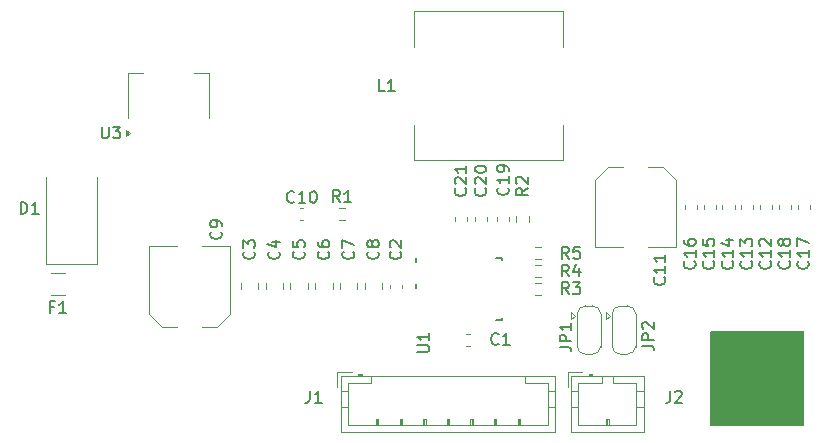
<source format=gbr>
%TF.GenerationSoftware,KiCad,Pcbnew,9.0.4*%
%TF.CreationDate,2025-09-17T13:52:31+02:00*%
%TF.ProjectId,switching_psu,73776974-6368-4696-9e67-5f7073752e6b,rev?*%
%TF.SameCoordinates,Original*%
%TF.FileFunction,Legend,Top*%
%TF.FilePolarity,Positive*%
%FSLAX46Y46*%
G04 Gerber Fmt 4.6, Leading zero omitted, Abs format (unit mm)*
G04 Created by KiCad (PCBNEW 9.0.4) date 2025-09-17 13:52:31*
%MOMM*%
%LPD*%
G01*
G04 APERTURE LIST*
%ADD10C,0.150000*%
%ADD11C,0.120000*%
%ADD12C,0.152400*%
G04 APERTURE END LIST*
D10*
X139195833Y-94054819D02*
X138862500Y-93578628D01*
X138624405Y-94054819D02*
X138624405Y-93054819D01*
X138624405Y-93054819D02*
X139005357Y-93054819D01*
X139005357Y-93054819D02*
X139100595Y-93102438D01*
X139100595Y-93102438D02*
X139148214Y-93150057D01*
X139148214Y-93150057D02*
X139195833Y-93245295D01*
X139195833Y-93245295D02*
X139195833Y-93388152D01*
X139195833Y-93388152D02*
X139148214Y-93483390D01*
X139148214Y-93483390D02*
X139100595Y-93531009D01*
X139100595Y-93531009D02*
X139005357Y-93578628D01*
X139005357Y-93578628D02*
X138624405Y-93578628D01*
X140148214Y-94054819D02*
X139576786Y-94054819D01*
X139862500Y-94054819D02*
X139862500Y-93054819D01*
X139862500Y-93054819D02*
X139767262Y-93197676D01*
X139767262Y-93197676D02*
X139672024Y-93292914D01*
X139672024Y-93292914D02*
X139576786Y-93340533D01*
X135319642Y-94029580D02*
X135272023Y-94077200D01*
X135272023Y-94077200D02*
X135129166Y-94124819D01*
X135129166Y-94124819D02*
X135033928Y-94124819D01*
X135033928Y-94124819D02*
X134891071Y-94077200D01*
X134891071Y-94077200D02*
X134795833Y-93981961D01*
X134795833Y-93981961D02*
X134748214Y-93886723D01*
X134748214Y-93886723D02*
X134700595Y-93696247D01*
X134700595Y-93696247D02*
X134700595Y-93553390D01*
X134700595Y-93553390D02*
X134748214Y-93362914D01*
X134748214Y-93362914D02*
X134795833Y-93267676D01*
X134795833Y-93267676D02*
X134891071Y-93172438D01*
X134891071Y-93172438D02*
X135033928Y-93124819D01*
X135033928Y-93124819D02*
X135129166Y-93124819D01*
X135129166Y-93124819D02*
X135272023Y-93172438D01*
X135272023Y-93172438D02*
X135319642Y-93220057D01*
X136272023Y-94124819D02*
X135700595Y-94124819D01*
X135986309Y-94124819D02*
X135986309Y-93124819D01*
X135986309Y-93124819D02*
X135891071Y-93267676D01*
X135891071Y-93267676D02*
X135795833Y-93362914D01*
X135795833Y-93362914D02*
X135700595Y-93410533D01*
X136891071Y-93124819D02*
X136986309Y-93124819D01*
X136986309Y-93124819D02*
X137081547Y-93172438D01*
X137081547Y-93172438D02*
X137129166Y-93220057D01*
X137129166Y-93220057D02*
X137176785Y-93315295D01*
X137176785Y-93315295D02*
X137224404Y-93505771D01*
X137224404Y-93505771D02*
X137224404Y-93743866D01*
X137224404Y-93743866D02*
X137176785Y-93934342D01*
X137176785Y-93934342D02*
X137129166Y-94029580D01*
X137129166Y-94029580D02*
X137081547Y-94077200D01*
X137081547Y-94077200D02*
X136986309Y-94124819D01*
X136986309Y-94124819D02*
X136891071Y-94124819D01*
X136891071Y-94124819D02*
X136795833Y-94077200D01*
X136795833Y-94077200D02*
X136748214Y-94029580D01*
X136748214Y-94029580D02*
X136700595Y-93934342D01*
X136700595Y-93934342D02*
X136652976Y-93743866D01*
X136652976Y-93743866D02*
X136652976Y-93505771D01*
X136652976Y-93505771D02*
X136700595Y-93315295D01*
X136700595Y-93315295D02*
X136748214Y-93220057D01*
X136748214Y-93220057D02*
X136795833Y-93172438D01*
X136795833Y-93172438D02*
X136891071Y-93124819D01*
X175619580Y-99080357D02*
X175667200Y-99127976D01*
X175667200Y-99127976D02*
X175714819Y-99270833D01*
X175714819Y-99270833D02*
X175714819Y-99366071D01*
X175714819Y-99366071D02*
X175667200Y-99508928D01*
X175667200Y-99508928D02*
X175571961Y-99604166D01*
X175571961Y-99604166D02*
X175476723Y-99651785D01*
X175476723Y-99651785D02*
X175286247Y-99699404D01*
X175286247Y-99699404D02*
X175143390Y-99699404D01*
X175143390Y-99699404D02*
X174952914Y-99651785D01*
X174952914Y-99651785D02*
X174857676Y-99604166D01*
X174857676Y-99604166D02*
X174762438Y-99508928D01*
X174762438Y-99508928D02*
X174714819Y-99366071D01*
X174714819Y-99366071D02*
X174714819Y-99270833D01*
X174714819Y-99270833D02*
X174762438Y-99127976D01*
X174762438Y-99127976D02*
X174810057Y-99080357D01*
X175714819Y-98127976D02*
X175714819Y-98699404D01*
X175714819Y-98413690D02*
X174714819Y-98413690D01*
X174714819Y-98413690D02*
X174857676Y-98508928D01*
X174857676Y-98508928D02*
X174952914Y-98604166D01*
X174952914Y-98604166D02*
X175000533Y-98699404D01*
X174810057Y-97747023D02*
X174762438Y-97699404D01*
X174762438Y-97699404D02*
X174714819Y-97604166D01*
X174714819Y-97604166D02*
X174714819Y-97366071D01*
X174714819Y-97366071D02*
X174762438Y-97270833D01*
X174762438Y-97270833D02*
X174810057Y-97223214D01*
X174810057Y-97223214D02*
X174905295Y-97175595D01*
X174905295Y-97175595D02*
X175000533Y-97175595D01*
X175000533Y-97175595D02*
X175143390Y-97223214D01*
X175143390Y-97223214D02*
X175714819Y-97794642D01*
X175714819Y-97794642D02*
X175714819Y-97175595D01*
X177219580Y-99080357D02*
X177267200Y-99127976D01*
X177267200Y-99127976D02*
X177314819Y-99270833D01*
X177314819Y-99270833D02*
X177314819Y-99366071D01*
X177314819Y-99366071D02*
X177267200Y-99508928D01*
X177267200Y-99508928D02*
X177171961Y-99604166D01*
X177171961Y-99604166D02*
X177076723Y-99651785D01*
X177076723Y-99651785D02*
X176886247Y-99699404D01*
X176886247Y-99699404D02*
X176743390Y-99699404D01*
X176743390Y-99699404D02*
X176552914Y-99651785D01*
X176552914Y-99651785D02*
X176457676Y-99604166D01*
X176457676Y-99604166D02*
X176362438Y-99508928D01*
X176362438Y-99508928D02*
X176314819Y-99366071D01*
X176314819Y-99366071D02*
X176314819Y-99270833D01*
X176314819Y-99270833D02*
X176362438Y-99127976D01*
X176362438Y-99127976D02*
X176410057Y-99080357D01*
X177314819Y-98127976D02*
X177314819Y-98699404D01*
X177314819Y-98413690D02*
X176314819Y-98413690D01*
X176314819Y-98413690D02*
X176457676Y-98508928D01*
X176457676Y-98508928D02*
X176552914Y-98604166D01*
X176552914Y-98604166D02*
X176600533Y-98699404D01*
X176743390Y-97556547D02*
X176695771Y-97651785D01*
X176695771Y-97651785D02*
X176648152Y-97699404D01*
X176648152Y-97699404D02*
X176552914Y-97747023D01*
X176552914Y-97747023D02*
X176505295Y-97747023D01*
X176505295Y-97747023D02*
X176410057Y-97699404D01*
X176410057Y-97699404D02*
X176362438Y-97651785D01*
X176362438Y-97651785D02*
X176314819Y-97556547D01*
X176314819Y-97556547D02*
X176314819Y-97366071D01*
X176314819Y-97366071D02*
X176362438Y-97270833D01*
X176362438Y-97270833D02*
X176410057Y-97223214D01*
X176410057Y-97223214D02*
X176505295Y-97175595D01*
X176505295Y-97175595D02*
X176552914Y-97175595D01*
X176552914Y-97175595D02*
X176648152Y-97223214D01*
X176648152Y-97223214D02*
X176695771Y-97270833D01*
X176695771Y-97270833D02*
X176743390Y-97366071D01*
X176743390Y-97366071D02*
X176743390Y-97556547D01*
X176743390Y-97556547D02*
X176791009Y-97651785D01*
X176791009Y-97651785D02*
X176838628Y-97699404D01*
X176838628Y-97699404D02*
X176933866Y-97747023D01*
X176933866Y-97747023D02*
X177124342Y-97747023D01*
X177124342Y-97747023D02*
X177219580Y-97699404D01*
X177219580Y-97699404D02*
X177267200Y-97651785D01*
X177267200Y-97651785D02*
X177314819Y-97556547D01*
X177314819Y-97556547D02*
X177314819Y-97366071D01*
X177314819Y-97366071D02*
X177267200Y-97270833D01*
X177267200Y-97270833D02*
X177219580Y-97223214D01*
X177219580Y-97223214D02*
X177124342Y-97175595D01*
X177124342Y-97175595D02*
X176933866Y-97175595D01*
X176933866Y-97175595D02*
X176838628Y-97223214D01*
X176838628Y-97223214D02*
X176791009Y-97270833D01*
X176791009Y-97270833D02*
X176743390Y-97366071D01*
X169219580Y-99080357D02*
X169267200Y-99127976D01*
X169267200Y-99127976D02*
X169314819Y-99270833D01*
X169314819Y-99270833D02*
X169314819Y-99366071D01*
X169314819Y-99366071D02*
X169267200Y-99508928D01*
X169267200Y-99508928D02*
X169171961Y-99604166D01*
X169171961Y-99604166D02*
X169076723Y-99651785D01*
X169076723Y-99651785D02*
X168886247Y-99699404D01*
X168886247Y-99699404D02*
X168743390Y-99699404D01*
X168743390Y-99699404D02*
X168552914Y-99651785D01*
X168552914Y-99651785D02*
X168457676Y-99604166D01*
X168457676Y-99604166D02*
X168362438Y-99508928D01*
X168362438Y-99508928D02*
X168314819Y-99366071D01*
X168314819Y-99366071D02*
X168314819Y-99270833D01*
X168314819Y-99270833D02*
X168362438Y-99127976D01*
X168362438Y-99127976D02*
X168410057Y-99080357D01*
X169314819Y-98127976D02*
X169314819Y-98699404D01*
X169314819Y-98413690D02*
X168314819Y-98413690D01*
X168314819Y-98413690D02*
X168457676Y-98508928D01*
X168457676Y-98508928D02*
X168552914Y-98604166D01*
X168552914Y-98604166D02*
X168600533Y-98699404D01*
X168314819Y-97270833D02*
X168314819Y-97461309D01*
X168314819Y-97461309D02*
X168362438Y-97556547D01*
X168362438Y-97556547D02*
X168410057Y-97604166D01*
X168410057Y-97604166D02*
X168552914Y-97699404D01*
X168552914Y-97699404D02*
X168743390Y-97747023D01*
X168743390Y-97747023D02*
X169124342Y-97747023D01*
X169124342Y-97747023D02*
X169219580Y-97699404D01*
X169219580Y-97699404D02*
X169267200Y-97651785D01*
X169267200Y-97651785D02*
X169314819Y-97556547D01*
X169314819Y-97556547D02*
X169314819Y-97366071D01*
X169314819Y-97366071D02*
X169267200Y-97270833D01*
X169267200Y-97270833D02*
X169219580Y-97223214D01*
X169219580Y-97223214D02*
X169124342Y-97175595D01*
X169124342Y-97175595D02*
X168886247Y-97175595D01*
X168886247Y-97175595D02*
X168791009Y-97223214D01*
X168791009Y-97223214D02*
X168743390Y-97270833D01*
X168743390Y-97270833D02*
X168695771Y-97366071D01*
X168695771Y-97366071D02*
X168695771Y-97556547D01*
X168695771Y-97556547D02*
X168743390Y-97651785D01*
X168743390Y-97651785D02*
X168791009Y-97699404D01*
X168791009Y-97699404D02*
X168886247Y-97747023D01*
X172419580Y-99080357D02*
X172467200Y-99127976D01*
X172467200Y-99127976D02*
X172514819Y-99270833D01*
X172514819Y-99270833D02*
X172514819Y-99366071D01*
X172514819Y-99366071D02*
X172467200Y-99508928D01*
X172467200Y-99508928D02*
X172371961Y-99604166D01*
X172371961Y-99604166D02*
X172276723Y-99651785D01*
X172276723Y-99651785D02*
X172086247Y-99699404D01*
X172086247Y-99699404D02*
X171943390Y-99699404D01*
X171943390Y-99699404D02*
X171752914Y-99651785D01*
X171752914Y-99651785D02*
X171657676Y-99604166D01*
X171657676Y-99604166D02*
X171562438Y-99508928D01*
X171562438Y-99508928D02*
X171514819Y-99366071D01*
X171514819Y-99366071D02*
X171514819Y-99270833D01*
X171514819Y-99270833D02*
X171562438Y-99127976D01*
X171562438Y-99127976D02*
X171610057Y-99080357D01*
X172514819Y-98127976D02*
X172514819Y-98699404D01*
X172514819Y-98413690D02*
X171514819Y-98413690D01*
X171514819Y-98413690D02*
X171657676Y-98508928D01*
X171657676Y-98508928D02*
X171752914Y-98604166D01*
X171752914Y-98604166D02*
X171800533Y-98699404D01*
X171848152Y-97270833D02*
X172514819Y-97270833D01*
X171467200Y-97508928D02*
X172181485Y-97747023D01*
X172181485Y-97747023D02*
X172181485Y-97127976D01*
X178819580Y-99080357D02*
X178867200Y-99127976D01*
X178867200Y-99127976D02*
X178914819Y-99270833D01*
X178914819Y-99270833D02*
X178914819Y-99366071D01*
X178914819Y-99366071D02*
X178867200Y-99508928D01*
X178867200Y-99508928D02*
X178771961Y-99604166D01*
X178771961Y-99604166D02*
X178676723Y-99651785D01*
X178676723Y-99651785D02*
X178486247Y-99699404D01*
X178486247Y-99699404D02*
X178343390Y-99699404D01*
X178343390Y-99699404D02*
X178152914Y-99651785D01*
X178152914Y-99651785D02*
X178057676Y-99604166D01*
X178057676Y-99604166D02*
X177962438Y-99508928D01*
X177962438Y-99508928D02*
X177914819Y-99366071D01*
X177914819Y-99366071D02*
X177914819Y-99270833D01*
X177914819Y-99270833D02*
X177962438Y-99127976D01*
X177962438Y-99127976D02*
X178010057Y-99080357D01*
X178914819Y-98127976D02*
X178914819Y-98699404D01*
X178914819Y-98413690D02*
X177914819Y-98413690D01*
X177914819Y-98413690D02*
X178057676Y-98508928D01*
X178057676Y-98508928D02*
X178152914Y-98604166D01*
X178152914Y-98604166D02*
X178200533Y-98699404D01*
X177914819Y-97794642D02*
X177914819Y-97127976D01*
X177914819Y-97127976D02*
X178914819Y-97556547D01*
X166659580Y-100442857D02*
X166707200Y-100490476D01*
X166707200Y-100490476D02*
X166754819Y-100633333D01*
X166754819Y-100633333D02*
X166754819Y-100728571D01*
X166754819Y-100728571D02*
X166707200Y-100871428D01*
X166707200Y-100871428D02*
X166611961Y-100966666D01*
X166611961Y-100966666D02*
X166516723Y-101014285D01*
X166516723Y-101014285D02*
X166326247Y-101061904D01*
X166326247Y-101061904D02*
X166183390Y-101061904D01*
X166183390Y-101061904D02*
X165992914Y-101014285D01*
X165992914Y-101014285D02*
X165897676Y-100966666D01*
X165897676Y-100966666D02*
X165802438Y-100871428D01*
X165802438Y-100871428D02*
X165754819Y-100728571D01*
X165754819Y-100728571D02*
X165754819Y-100633333D01*
X165754819Y-100633333D02*
X165802438Y-100490476D01*
X165802438Y-100490476D02*
X165850057Y-100442857D01*
X166754819Y-99490476D02*
X166754819Y-100061904D01*
X166754819Y-99776190D02*
X165754819Y-99776190D01*
X165754819Y-99776190D02*
X165897676Y-99871428D01*
X165897676Y-99871428D02*
X165992914Y-99966666D01*
X165992914Y-99966666D02*
X166040533Y-100061904D01*
X166754819Y-98538095D02*
X166754819Y-99109523D01*
X166754819Y-98823809D02*
X165754819Y-98823809D01*
X165754819Y-98823809D02*
X165897676Y-98919047D01*
X165897676Y-98919047D02*
X165992914Y-99014285D01*
X165992914Y-99014285D02*
X166040533Y-99109523D01*
X174019580Y-99080357D02*
X174067200Y-99127976D01*
X174067200Y-99127976D02*
X174114819Y-99270833D01*
X174114819Y-99270833D02*
X174114819Y-99366071D01*
X174114819Y-99366071D02*
X174067200Y-99508928D01*
X174067200Y-99508928D02*
X173971961Y-99604166D01*
X173971961Y-99604166D02*
X173876723Y-99651785D01*
X173876723Y-99651785D02*
X173686247Y-99699404D01*
X173686247Y-99699404D02*
X173543390Y-99699404D01*
X173543390Y-99699404D02*
X173352914Y-99651785D01*
X173352914Y-99651785D02*
X173257676Y-99604166D01*
X173257676Y-99604166D02*
X173162438Y-99508928D01*
X173162438Y-99508928D02*
X173114819Y-99366071D01*
X173114819Y-99366071D02*
X173114819Y-99270833D01*
X173114819Y-99270833D02*
X173162438Y-99127976D01*
X173162438Y-99127976D02*
X173210057Y-99080357D01*
X174114819Y-98127976D02*
X174114819Y-98699404D01*
X174114819Y-98413690D02*
X173114819Y-98413690D01*
X173114819Y-98413690D02*
X173257676Y-98508928D01*
X173257676Y-98508928D02*
X173352914Y-98604166D01*
X173352914Y-98604166D02*
X173400533Y-98699404D01*
X173114819Y-97794642D02*
X173114819Y-97175595D01*
X173114819Y-97175595D02*
X173495771Y-97508928D01*
X173495771Y-97508928D02*
X173495771Y-97366071D01*
X173495771Y-97366071D02*
X173543390Y-97270833D01*
X173543390Y-97270833D02*
X173591009Y-97223214D01*
X173591009Y-97223214D02*
X173686247Y-97175595D01*
X173686247Y-97175595D02*
X173924342Y-97175595D01*
X173924342Y-97175595D02*
X174019580Y-97223214D01*
X174019580Y-97223214D02*
X174067200Y-97270833D01*
X174067200Y-97270833D02*
X174114819Y-97366071D01*
X174114819Y-97366071D02*
X174114819Y-97651785D01*
X174114819Y-97651785D02*
X174067200Y-97747023D01*
X174067200Y-97747023D02*
X174019580Y-97794642D01*
X170819580Y-99080357D02*
X170867200Y-99127976D01*
X170867200Y-99127976D02*
X170914819Y-99270833D01*
X170914819Y-99270833D02*
X170914819Y-99366071D01*
X170914819Y-99366071D02*
X170867200Y-99508928D01*
X170867200Y-99508928D02*
X170771961Y-99604166D01*
X170771961Y-99604166D02*
X170676723Y-99651785D01*
X170676723Y-99651785D02*
X170486247Y-99699404D01*
X170486247Y-99699404D02*
X170343390Y-99699404D01*
X170343390Y-99699404D02*
X170152914Y-99651785D01*
X170152914Y-99651785D02*
X170057676Y-99604166D01*
X170057676Y-99604166D02*
X169962438Y-99508928D01*
X169962438Y-99508928D02*
X169914819Y-99366071D01*
X169914819Y-99366071D02*
X169914819Y-99270833D01*
X169914819Y-99270833D02*
X169962438Y-99127976D01*
X169962438Y-99127976D02*
X170010057Y-99080357D01*
X170914819Y-98127976D02*
X170914819Y-98699404D01*
X170914819Y-98413690D02*
X169914819Y-98413690D01*
X169914819Y-98413690D02*
X170057676Y-98508928D01*
X170057676Y-98508928D02*
X170152914Y-98604166D01*
X170152914Y-98604166D02*
X170200533Y-98699404D01*
X169914819Y-97223214D02*
X169914819Y-97699404D01*
X169914819Y-97699404D02*
X170391009Y-97747023D01*
X170391009Y-97747023D02*
X170343390Y-97699404D01*
X170343390Y-97699404D02*
X170295771Y-97604166D01*
X170295771Y-97604166D02*
X170295771Y-97366071D01*
X170295771Y-97366071D02*
X170343390Y-97270833D01*
X170343390Y-97270833D02*
X170391009Y-97223214D01*
X170391009Y-97223214D02*
X170486247Y-97175595D01*
X170486247Y-97175595D02*
X170724342Y-97175595D01*
X170724342Y-97175595D02*
X170819580Y-97223214D01*
X170819580Y-97223214D02*
X170867200Y-97270833D01*
X170867200Y-97270833D02*
X170914819Y-97366071D01*
X170914819Y-97366071D02*
X170914819Y-97604166D01*
X170914819Y-97604166D02*
X170867200Y-97699404D01*
X170867200Y-97699404D02*
X170819580Y-97747023D01*
X157797319Y-106334333D02*
X158511604Y-106334333D01*
X158511604Y-106334333D02*
X158654461Y-106381952D01*
X158654461Y-106381952D02*
X158749700Y-106477190D01*
X158749700Y-106477190D02*
X158797319Y-106620047D01*
X158797319Y-106620047D02*
X158797319Y-106715285D01*
X158797319Y-105858142D02*
X157797319Y-105858142D01*
X157797319Y-105858142D02*
X157797319Y-105477190D01*
X157797319Y-105477190D02*
X157844938Y-105381952D01*
X157844938Y-105381952D02*
X157892557Y-105334333D01*
X157892557Y-105334333D02*
X157987795Y-105286714D01*
X157987795Y-105286714D02*
X158130652Y-105286714D01*
X158130652Y-105286714D02*
X158225890Y-105334333D01*
X158225890Y-105334333D02*
X158273509Y-105381952D01*
X158273509Y-105381952D02*
X158321128Y-105477190D01*
X158321128Y-105477190D02*
X158321128Y-105858142D01*
X158797319Y-104334333D02*
X158797319Y-104905761D01*
X158797319Y-104620047D02*
X157797319Y-104620047D01*
X157797319Y-104620047D02*
X157940176Y-104715285D01*
X157940176Y-104715285D02*
X158035414Y-104810523D01*
X158035414Y-104810523D02*
X158083033Y-104905761D01*
X164797319Y-106233333D02*
X165511604Y-106233333D01*
X165511604Y-106233333D02*
X165654461Y-106280952D01*
X165654461Y-106280952D02*
X165749700Y-106376190D01*
X165749700Y-106376190D02*
X165797319Y-106519047D01*
X165797319Y-106519047D02*
X165797319Y-106614285D01*
X165797319Y-105757142D02*
X164797319Y-105757142D01*
X164797319Y-105757142D02*
X164797319Y-105376190D01*
X164797319Y-105376190D02*
X164844938Y-105280952D01*
X164844938Y-105280952D02*
X164892557Y-105233333D01*
X164892557Y-105233333D02*
X164987795Y-105185714D01*
X164987795Y-105185714D02*
X165130652Y-105185714D01*
X165130652Y-105185714D02*
X165225890Y-105233333D01*
X165225890Y-105233333D02*
X165273509Y-105280952D01*
X165273509Y-105280952D02*
X165321128Y-105376190D01*
X165321128Y-105376190D02*
X165321128Y-105757142D01*
X164892557Y-104804761D02*
X164844938Y-104757142D01*
X164844938Y-104757142D02*
X164797319Y-104661904D01*
X164797319Y-104661904D02*
X164797319Y-104423809D01*
X164797319Y-104423809D02*
X164844938Y-104328571D01*
X164844938Y-104328571D02*
X164892557Y-104280952D01*
X164892557Y-104280952D02*
X164987795Y-104233333D01*
X164987795Y-104233333D02*
X165083033Y-104233333D01*
X165083033Y-104233333D02*
X165225890Y-104280952D01*
X165225890Y-104280952D02*
X165797319Y-104852380D01*
X165797319Y-104852380D02*
X165797319Y-104233333D01*
X114966666Y-102931009D02*
X114633333Y-102931009D01*
X114633333Y-103454819D02*
X114633333Y-102454819D01*
X114633333Y-102454819D02*
X115109523Y-102454819D01*
X116014285Y-103454819D02*
X115442857Y-103454819D01*
X115728571Y-103454819D02*
X115728571Y-102454819D01*
X115728571Y-102454819D02*
X115633333Y-102597676D01*
X115633333Y-102597676D02*
X115538095Y-102692914D01*
X115538095Y-102692914D02*
X115442857Y-102740533D01*
X134018934Y-98265666D02*
X134066554Y-98313285D01*
X134066554Y-98313285D02*
X134114173Y-98456142D01*
X134114173Y-98456142D02*
X134114173Y-98551380D01*
X134114173Y-98551380D02*
X134066554Y-98694237D01*
X134066554Y-98694237D02*
X133971315Y-98789475D01*
X133971315Y-98789475D02*
X133876077Y-98837094D01*
X133876077Y-98837094D02*
X133685601Y-98884713D01*
X133685601Y-98884713D02*
X133542744Y-98884713D01*
X133542744Y-98884713D02*
X133352268Y-98837094D01*
X133352268Y-98837094D02*
X133257030Y-98789475D01*
X133257030Y-98789475D02*
X133161792Y-98694237D01*
X133161792Y-98694237D02*
X133114173Y-98551380D01*
X133114173Y-98551380D02*
X133114173Y-98456142D01*
X133114173Y-98456142D02*
X133161792Y-98313285D01*
X133161792Y-98313285D02*
X133209411Y-98265666D01*
X133447506Y-97408523D02*
X134114173Y-97408523D01*
X133066554Y-97646618D02*
X133780839Y-97884713D01*
X133780839Y-97884713D02*
X133780839Y-97265666D01*
X145754819Y-106761904D02*
X146564342Y-106761904D01*
X146564342Y-106761904D02*
X146659580Y-106714285D01*
X146659580Y-106714285D02*
X146707200Y-106666666D01*
X146707200Y-106666666D02*
X146754819Y-106571428D01*
X146754819Y-106571428D02*
X146754819Y-106380952D01*
X146754819Y-106380952D02*
X146707200Y-106285714D01*
X146707200Y-106285714D02*
X146659580Y-106238095D01*
X146659580Y-106238095D02*
X146564342Y-106190476D01*
X146564342Y-106190476D02*
X145754819Y-106190476D01*
X146754819Y-105190476D02*
X146754819Y-105761904D01*
X146754819Y-105476190D02*
X145754819Y-105476190D01*
X145754819Y-105476190D02*
X145897676Y-105571428D01*
X145897676Y-105571428D02*
X145992914Y-105666666D01*
X145992914Y-105666666D02*
X146040533Y-105761904D01*
X138218934Y-98265666D02*
X138266554Y-98313285D01*
X138266554Y-98313285D02*
X138314173Y-98456142D01*
X138314173Y-98456142D02*
X138314173Y-98551380D01*
X138314173Y-98551380D02*
X138266554Y-98694237D01*
X138266554Y-98694237D02*
X138171315Y-98789475D01*
X138171315Y-98789475D02*
X138076077Y-98837094D01*
X138076077Y-98837094D02*
X137885601Y-98884713D01*
X137885601Y-98884713D02*
X137742744Y-98884713D01*
X137742744Y-98884713D02*
X137552268Y-98837094D01*
X137552268Y-98837094D02*
X137457030Y-98789475D01*
X137457030Y-98789475D02*
X137361792Y-98694237D01*
X137361792Y-98694237D02*
X137314173Y-98551380D01*
X137314173Y-98551380D02*
X137314173Y-98456142D01*
X137314173Y-98456142D02*
X137361792Y-98313285D01*
X137361792Y-98313285D02*
X137409411Y-98265666D01*
X137314173Y-97408523D02*
X137314173Y-97598999D01*
X137314173Y-97598999D02*
X137361792Y-97694237D01*
X137361792Y-97694237D02*
X137409411Y-97741856D01*
X137409411Y-97741856D02*
X137552268Y-97837094D01*
X137552268Y-97837094D02*
X137742744Y-97884713D01*
X137742744Y-97884713D02*
X138123696Y-97884713D01*
X138123696Y-97884713D02*
X138218934Y-97837094D01*
X138218934Y-97837094D02*
X138266554Y-97789475D01*
X138266554Y-97789475D02*
X138314173Y-97694237D01*
X138314173Y-97694237D02*
X138314173Y-97503761D01*
X138314173Y-97503761D02*
X138266554Y-97408523D01*
X138266554Y-97408523D02*
X138218934Y-97360904D01*
X138218934Y-97360904D02*
X138123696Y-97313285D01*
X138123696Y-97313285D02*
X137885601Y-97313285D01*
X137885601Y-97313285D02*
X137790363Y-97360904D01*
X137790363Y-97360904D02*
X137742744Y-97408523D01*
X137742744Y-97408523D02*
X137695125Y-97503761D01*
X137695125Y-97503761D02*
X137695125Y-97694237D01*
X137695125Y-97694237D02*
X137742744Y-97789475D01*
X137742744Y-97789475D02*
X137790363Y-97837094D01*
X137790363Y-97837094D02*
X137885601Y-97884713D01*
X136118934Y-98265666D02*
X136166554Y-98313285D01*
X136166554Y-98313285D02*
X136214173Y-98456142D01*
X136214173Y-98456142D02*
X136214173Y-98551380D01*
X136214173Y-98551380D02*
X136166554Y-98694237D01*
X136166554Y-98694237D02*
X136071315Y-98789475D01*
X136071315Y-98789475D02*
X135976077Y-98837094D01*
X135976077Y-98837094D02*
X135785601Y-98884713D01*
X135785601Y-98884713D02*
X135642744Y-98884713D01*
X135642744Y-98884713D02*
X135452268Y-98837094D01*
X135452268Y-98837094D02*
X135357030Y-98789475D01*
X135357030Y-98789475D02*
X135261792Y-98694237D01*
X135261792Y-98694237D02*
X135214173Y-98551380D01*
X135214173Y-98551380D02*
X135214173Y-98456142D01*
X135214173Y-98456142D02*
X135261792Y-98313285D01*
X135261792Y-98313285D02*
X135309411Y-98265666D01*
X135214173Y-97360904D02*
X135214173Y-97837094D01*
X135214173Y-97837094D02*
X135690363Y-97884713D01*
X135690363Y-97884713D02*
X135642744Y-97837094D01*
X135642744Y-97837094D02*
X135595125Y-97741856D01*
X135595125Y-97741856D02*
X135595125Y-97503761D01*
X135595125Y-97503761D02*
X135642744Y-97408523D01*
X135642744Y-97408523D02*
X135690363Y-97360904D01*
X135690363Y-97360904D02*
X135785601Y-97313285D01*
X135785601Y-97313285D02*
X136023696Y-97313285D01*
X136023696Y-97313285D02*
X136118934Y-97360904D01*
X136118934Y-97360904D02*
X136166554Y-97408523D01*
X136166554Y-97408523D02*
X136214173Y-97503761D01*
X136214173Y-97503761D02*
X136214173Y-97741856D01*
X136214173Y-97741856D02*
X136166554Y-97837094D01*
X136166554Y-97837094D02*
X136118934Y-97884713D01*
X158582687Y-98853819D02*
X158249354Y-98377628D01*
X158011259Y-98853819D02*
X158011259Y-97853819D01*
X158011259Y-97853819D02*
X158392211Y-97853819D01*
X158392211Y-97853819D02*
X158487449Y-97901438D01*
X158487449Y-97901438D02*
X158535068Y-97949057D01*
X158535068Y-97949057D02*
X158582687Y-98044295D01*
X158582687Y-98044295D02*
X158582687Y-98187152D01*
X158582687Y-98187152D02*
X158535068Y-98282390D01*
X158535068Y-98282390D02*
X158487449Y-98330009D01*
X158487449Y-98330009D02*
X158392211Y-98377628D01*
X158392211Y-98377628D02*
X158011259Y-98377628D01*
X159487449Y-97853819D02*
X159011259Y-97853819D01*
X159011259Y-97853819D02*
X158963640Y-98330009D01*
X158963640Y-98330009D02*
X159011259Y-98282390D01*
X159011259Y-98282390D02*
X159106497Y-98234771D01*
X159106497Y-98234771D02*
X159344592Y-98234771D01*
X159344592Y-98234771D02*
X159439830Y-98282390D01*
X159439830Y-98282390D02*
X159487449Y-98330009D01*
X159487449Y-98330009D02*
X159535068Y-98425247D01*
X159535068Y-98425247D02*
X159535068Y-98663342D01*
X159535068Y-98663342D02*
X159487449Y-98758580D01*
X159487449Y-98758580D02*
X159439830Y-98806200D01*
X159439830Y-98806200D02*
X159344592Y-98853819D01*
X159344592Y-98853819D02*
X159106497Y-98853819D01*
X159106497Y-98853819D02*
X159011259Y-98806200D01*
X159011259Y-98806200D02*
X158963640Y-98758580D01*
X158582687Y-101853819D02*
X158249354Y-101377628D01*
X158011259Y-101853819D02*
X158011259Y-100853819D01*
X158011259Y-100853819D02*
X158392211Y-100853819D01*
X158392211Y-100853819D02*
X158487449Y-100901438D01*
X158487449Y-100901438D02*
X158535068Y-100949057D01*
X158535068Y-100949057D02*
X158582687Y-101044295D01*
X158582687Y-101044295D02*
X158582687Y-101187152D01*
X158582687Y-101187152D02*
X158535068Y-101282390D01*
X158535068Y-101282390D02*
X158487449Y-101330009D01*
X158487449Y-101330009D02*
X158392211Y-101377628D01*
X158392211Y-101377628D02*
X158011259Y-101377628D01*
X158916021Y-100853819D02*
X159535068Y-100853819D01*
X159535068Y-100853819D02*
X159201735Y-101234771D01*
X159201735Y-101234771D02*
X159344592Y-101234771D01*
X159344592Y-101234771D02*
X159439830Y-101282390D01*
X159439830Y-101282390D02*
X159487449Y-101330009D01*
X159487449Y-101330009D02*
X159535068Y-101425247D01*
X159535068Y-101425247D02*
X159535068Y-101663342D01*
X159535068Y-101663342D02*
X159487449Y-101758580D01*
X159487449Y-101758580D02*
X159439830Y-101806200D01*
X159439830Y-101806200D02*
X159344592Y-101853819D01*
X159344592Y-101853819D02*
X159058878Y-101853819D01*
X159058878Y-101853819D02*
X158963640Y-101806200D01*
X158963640Y-101806200D02*
X158916021Y-101758580D01*
X152633333Y-106059580D02*
X152585714Y-106107200D01*
X152585714Y-106107200D02*
X152442857Y-106154819D01*
X152442857Y-106154819D02*
X152347619Y-106154819D01*
X152347619Y-106154819D02*
X152204762Y-106107200D01*
X152204762Y-106107200D02*
X152109524Y-106011961D01*
X152109524Y-106011961D02*
X152061905Y-105916723D01*
X152061905Y-105916723D02*
X152014286Y-105726247D01*
X152014286Y-105726247D02*
X152014286Y-105583390D01*
X152014286Y-105583390D02*
X152061905Y-105392914D01*
X152061905Y-105392914D02*
X152109524Y-105297676D01*
X152109524Y-105297676D02*
X152204762Y-105202438D01*
X152204762Y-105202438D02*
X152347619Y-105154819D01*
X152347619Y-105154819D02*
X152442857Y-105154819D01*
X152442857Y-105154819D02*
X152585714Y-105202438D01*
X152585714Y-105202438D02*
X152633333Y-105250057D01*
X153585714Y-106154819D02*
X153014286Y-106154819D01*
X153300000Y-106154819D02*
X153300000Y-105154819D01*
X153300000Y-105154819D02*
X153204762Y-105297676D01*
X153204762Y-105297676D02*
X153109524Y-105392914D01*
X153109524Y-105392914D02*
X153014286Y-105440533D01*
X144308934Y-98265666D02*
X144356554Y-98313285D01*
X144356554Y-98313285D02*
X144404173Y-98456142D01*
X144404173Y-98456142D02*
X144404173Y-98551380D01*
X144404173Y-98551380D02*
X144356554Y-98694237D01*
X144356554Y-98694237D02*
X144261315Y-98789475D01*
X144261315Y-98789475D02*
X144166077Y-98837094D01*
X144166077Y-98837094D02*
X143975601Y-98884713D01*
X143975601Y-98884713D02*
X143832744Y-98884713D01*
X143832744Y-98884713D02*
X143642268Y-98837094D01*
X143642268Y-98837094D02*
X143547030Y-98789475D01*
X143547030Y-98789475D02*
X143451792Y-98694237D01*
X143451792Y-98694237D02*
X143404173Y-98551380D01*
X143404173Y-98551380D02*
X143404173Y-98456142D01*
X143404173Y-98456142D02*
X143451792Y-98313285D01*
X143451792Y-98313285D02*
X143499411Y-98265666D01*
X143499411Y-97884713D02*
X143451792Y-97837094D01*
X143451792Y-97837094D02*
X143404173Y-97741856D01*
X143404173Y-97741856D02*
X143404173Y-97503761D01*
X143404173Y-97503761D02*
X143451792Y-97408523D01*
X143451792Y-97408523D02*
X143499411Y-97360904D01*
X143499411Y-97360904D02*
X143594649Y-97313285D01*
X143594649Y-97313285D02*
X143689887Y-97313285D01*
X143689887Y-97313285D02*
X143832744Y-97360904D01*
X143832744Y-97360904D02*
X144404173Y-97932332D01*
X144404173Y-97932332D02*
X144404173Y-97313285D01*
X153408934Y-92841857D02*
X153456554Y-92889476D01*
X153456554Y-92889476D02*
X153504173Y-93032333D01*
X153504173Y-93032333D02*
X153504173Y-93127571D01*
X153504173Y-93127571D02*
X153456554Y-93270428D01*
X153456554Y-93270428D02*
X153361315Y-93365666D01*
X153361315Y-93365666D02*
X153266077Y-93413285D01*
X153266077Y-93413285D02*
X153075601Y-93460904D01*
X153075601Y-93460904D02*
X152932744Y-93460904D01*
X152932744Y-93460904D02*
X152742268Y-93413285D01*
X152742268Y-93413285D02*
X152647030Y-93365666D01*
X152647030Y-93365666D02*
X152551792Y-93270428D01*
X152551792Y-93270428D02*
X152504173Y-93127571D01*
X152504173Y-93127571D02*
X152504173Y-93032333D01*
X152504173Y-93032333D02*
X152551792Y-92889476D01*
X152551792Y-92889476D02*
X152599411Y-92841857D01*
X153504173Y-91889476D02*
X153504173Y-92460904D01*
X153504173Y-92175190D02*
X152504173Y-92175190D01*
X152504173Y-92175190D02*
X152647030Y-92270428D01*
X152647030Y-92270428D02*
X152742268Y-92365666D01*
X152742268Y-92365666D02*
X152789887Y-92460904D01*
X153504173Y-91413285D02*
X153504173Y-91222809D01*
X153504173Y-91222809D02*
X153456554Y-91127571D01*
X153456554Y-91127571D02*
X153408934Y-91079952D01*
X153408934Y-91079952D02*
X153266077Y-90984714D01*
X153266077Y-90984714D02*
X153075601Y-90937095D01*
X153075601Y-90937095D02*
X152694649Y-90937095D01*
X152694649Y-90937095D02*
X152599411Y-90984714D01*
X152599411Y-90984714D02*
X152551792Y-91032333D01*
X152551792Y-91032333D02*
X152504173Y-91127571D01*
X152504173Y-91127571D02*
X152504173Y-91318047D01*
X152504173Y-91318047D02*
X152551792Y-91413285D01*
X152551792Y-91413285D02*
X152599411Y-91460904D01*
X152599411Y-91460904D02*
X152694649Y-91508523D01*
X152694649Y-91508523D02*
X152932744Y-91508523D01*
X152932744Y-91508523D02*
X153027982Y-91460904D01*
X153027982Y-91460904D02*
X153075601Y-91413285D01*
X153075601Y-91413285D02*
X153123220Y-91318047D01*
X153123220Y-91318047D02*
X153123220Y-91127571D01*
X153123220Y-91127571D02*
X153075601Y-91032333D01*
X153075601Y-91032333D02*
X153027982Y-90984714D01*
X153027982Y-90984714D02*
X152932744Y-90937095D01*
X158582687Y-100353819D02*
X158249354Y-99877628D01*
X158011259Y-100353819D02*
X158011259Y-99353819D01*
X158011259Y-99353819D02*
X158392211Y-99353819D01*
X158392211Y-99353819D02*
X158487449Y-99401438D01*
X158487449Y-99401438D02*
X158535068Y-99449057D01*
X158535068Y-99449057D02*
X158582687Y-99544295D01*
X158582687Y-99544295D02*
X158582687Y-99687152D01*
X158582687Y-99687152D02*
X158535068Y-99782390D01*
X158535068Y-99782390D02*
X158487449Y-99830009D01*
X158487449Y-99830009D02*
X158392211Y-99877628D01*
X158392211Y-99877628D02*
X158011259Y-99877628D01*
X159439830Y-99687152D02*
X159439830Y-100353819D01*
X159201735Y-99306200D02*
X158963640Y-100020485D01*
X158963640Y-100020485D02*
X159582687Y-100020485D01*
X129109580Y-96566666D02*
X129157200Y-96614285D01*
X129157200Y-96614285D02*
X129204819Y-96757142D01*
X129204819Y-96757142D02*
X129204819Y-96852380D01*
X129204819Y-96852380D02*
X129157200Y-96995237D01*
X129157200Y-96995237D02*
X129061961Y-97090475D01*
X129061961Y-97090475D02*
X128966723Y-97138094D01*
X128966723Y-97138094D02*
X128776247Y-97185713D01*
X128776247Y-97185713D02*
X128633390Y-97185713D01*
X128633390Y-97185713D02*
X128442914Y-97138094D01*
X128442914Y-97138094D02*
X128347676Y-97090475D01*
X128347676Y-97090475D02*
X128252438Y-96995237D01*
X128252438Y-96995237D02*
X128204819Y-96852380D01*
X128204819Y-96852380D02*
X128204819Y-96757142D01*
X128204819Y-96757142D02*
X128252438Y-96614285D01*
X128252438Y-96614285D02*
X128300057Y-96566666D01*
X129204819Y-96090475D02*
X129204819Y-95899999D01*
X129204819Y-95899999D02*
X129157200Y-95804761D01*
X129157200Y-95804761D02*
X129109580Y-95757142D01*
X129109580Y-95757142D02*
X128966723Y-95661904D01*
X128966723Y-95661904D02*
X128776247Y-95614285D01*
X128776247Y-95614285D02*
X128395295Y-95614285D01*
X128395295Y-95614285D02*
X128300057Y-95661904D01*
X128300057Y-95661904D02*
X128252438Y-95709523D01*
X128252438Y-95709523D02*
X128204819Y-95804761D01*
X128204819Y-95804761D02*
X128204819Y-95995237D01*
X128204819Y-95995237D02*
X128252438Y-96090475D01*
X128252438Y-96090475D02*
X128300057Y-96138094D01*
X128300057Y-96138094D02*
X128395295Y-96185713D01*
X128395295Y-96185713D02*
X128633390Y-96185713D01*
X128633390Y-96185713D02*
X128728628Y-96138094D01*
X128728628Y-96138094D02*
X128776247Y-96090475D01*
X128776247Y-96090475D02*
X128823866Y-95995237D01*
X128823866Y-95995237D02*
X128823866Y-95804761D01*
X128823866Y-95804761D02*
X128776247Y-95709523D01*
X128776247Y-95709523D02*
X128728628Y-95661904D01*
X128728628Y-95661904D02*
X128633390Y-95614285D01*
X149808934Y-92904357D02*
X149856554Y-92951976D01*
X149856554Y-92951976D02*
X149904173Y-93094833D01*
X149904173Y-93094833D02*
X149904173Y-93190071D01*
X149904173Y-93190071D02*
X149856554Y-93332928D01*
X149856554Y-93332928D02*
X149761315Y-93428166D01*
X149761315Y-93428166D02*
X149666077Y-93475785D01*
X149666077Y-93475785D02*
X149475601Y-93523404D01*
X149475601Y-93523404D02*
X149332744Y-93523404D01*
X149332744Y-93523404D02*
X149142268Y-93475785D01*
X149142268Y-93475785D02*
X149047030Y-93428166D01*
X149047030Y-93428166D02*
X148951792Y-93332928D01*
X148951792Y-93332928D02*
X148904173Y-93190071D01*
X148904173Y-93190071D02*
X148904173Y-93094833D01*
X148904173Y-93094833D02*
X148951792Y-92951976D01*
X148951792Y-92951976D02*
X148999411Y-92904357D01*
X148999411Y-92523404D02*
X148951792Y-92475785D01*
X148951792Y-92475785D02*
X148904173Y-92380547D01*
X148904173Y-92380547D02*
X148904173Y-92142452D01*
X148904173Y-92142452D02*
X148951792Y-92047214D01*
X148951792Y-92047214D02*
X148999411Y-91999595D01*
X148999411Y-91999595D02*
X149094649Y-91951976D01*
X149094649Y-91951976D02*
X149189887Y-91951976D01*
X149189887Y-91951976D02*
X149332744Y-91999595D01*
X149332744Y-91999595D02*
X149904173Y-92571023D01*
X149904173Y-92571023D02*
X149904173Y-91951976D01*
X149904173Y-90999595D02*
X149904173Y-91571023D01*
X149904173Y-91285309D02*
X148904173Y-91285309D01*
X148904173Y-91285309D02*
X149047030Y-91380547D01*
X149047030Y-91380547D02*
X149142268Y-91475785D01*
X149142268Y-91475785D02*
X149189887Y-91571023D01*
X142408934Y-98265666D02*
X142456554Y-98313285D01*
X142456554Y-98313285D02*
X142504173Y-98456142D01*
X142504173Y-98456142D02*
X142504173Y-98551380D01*
X142504173Y-98551380D02*
X142456554Y-98694237D01*
X142456554Y-98694237D02*
X142361315Y-98789475D01*
X142361315Y-98789475D02*
X142266077Y-98837094D01*
X142266077Y-98837094D02*
X142075601Y-98884713D01*
X142075601Y-98884713D02*
X141932744Y-98884713D01*
X141932744Y-98884713D02*
X141742268Y-98837094D01*
X141742268Y-98837094D02*
X141647030Y-98789475D01*
X141647030Y-98789475D02*
X141551792Y-98694237D01*
X141551792Y-98694237D02*
X141504173Y-98551380D01*
X141504173Y-98551380D02*
X141504173Y-98456142D01*
X141504173Y-98456142D02*
X141551792Y-98313285D01*
X141551792Y-98313285D02*
X141599411Y-98265666D01*
X141932744Y-97694237D02*
X141885125Y-97789475D01*
X141885125Y-97789475D02*
X141837506Y-97837094D01*
X141837506Y-97837094D02*
X141742268Y-97884713D01*
X141742268Y-97884713D02*
X141694649Y-97884713D01*
X141694649Y-97884713D02*
X141599411Y-97837094D01*
X141599411Y-97837094D02*
X141551792Y-97789475D01*
X141551792Y-97789475D02*
X141504173Y-97694237D01*
X141504173Y-97694237D02*
X141504173Y-97503761D01*
X141504173Y-97503761D02*
X141551792Y-97408523D01*
X141551792Y-97408523D02*
X141599411Y-97360904D01*
X141599411Y-97360904D02*
X141694649Y-97313285D01*
X141694649Y-97313285D02*
X141742268Y-97313285D01*
X141742268Y-97313285D02*
X141837506Y-97360904D01*
X141837506Y-97360904D02*
X141885125Y-97408523D01*
X141885125Y-97408523D02*
X141932744Y-97503761D01*
X141932744Y-97503761D02*
X141932744Y-97694237D01*
X141932744Y-97694237D02*
X141980363Y-97789475D01*
X141980363Y-97789475D02*
X142027982Y-97837094D01*
X142027982Y-97837094D02*
X142123220Y-97884713D01*
X142123220Y-97884713D02*
X142313696Y-97884713D01*
X142313696Y-97884713D02*
X142408934Y-97837094D01*
X142408934Y-97837094D02*
X142456554Y-97789475D01*
X142456554Y-97789475D02*
X142504173Y-97694237D01*
X142504173Y-97694237D02*
X142504173Y-97503761D01*
X142504173Y-97503761D02*
X142456554Y-97408523D01*
X142456554Y-97408523D02*
X142408934Y-97360904D01*
X142408934Y-97360904D02*
X142313696Y-97313285D01*
X142313696Y-97313285D02*
X142123220Y-97313285D01*
X142123220Y-97313285D02*
X142027982Y-97360904D01*
X142027982Y-97360904D02*
X141980363Y-97408523D01*
X141980363Y-97408523D02*
X141932744Y-97503761D01*
X142983333Y-84654819D02*
X142507143Y-84654819D01*
X142507143Y-84654819D02*
X142507143Y-83654819D01*
X143840476Y-84654819D02*
X143269048Y-84654819D01*
X143554762Y-84654819D02*
X143554762Y-83654819D01*
X143554762Y-83654819D02*
X143459524Y-83797676D01*
X143459524Y-83797676D02*
X143364286Y-83892914D01*
X143364286Y-83892914D02*
X143269048Y-83940533D01*
X119038741Y-87668319D02*
X119038741Y-88477842D01*
X119038741Y-88477842D02*
X119086360Y-88573080D01*
X119086360Y-88573080D02*
X119133979Y-88620700D01*
X119133979Y-88620700D02*
X119229217Y-88668319D01*
X119229217Y-88668319D02*
X119419693Y-88668319D01*
X119419693Y-88668319D02*
X119514931Y-88620700D01*
X119514931Y-88620700D02*
X119562550Y-88573080D01*
X119562550Y-88573080D02*
X119610169Y-88477842D01*
X119610169Y-88477842D02*
X119610169Y-87668319D01*
X119991122Y-87668319D02*
X120610169Y-87668319D01*
X120610169Y-87668319D02*
X120276836Y-88049271D01*
X120276836Y-88049271D02*
X120419693Y-88049271D01*
X120419693Y-88049271D02*
X120514931Y-88096890D01*
X120514931Y-88096890D02*
X120562550Y-88144509D01*
X120562550Y-88144509D02*
X120610169Y-88239747D01*
X120610169Y-88239747D02*
X120610169Y-88477842D01*
X120610169Y-88477842D02*
X120562550Y-88573080D01*
X120562550Y-88573080D02*
X120514931Y-88620700D01*
X120514931Y-88620700D02*
X120419693Y-88668319D01*
X120419693Y-88668319D02*
X120133979Y-88668319D01*
X120133979Y-88668319D02*
X120038741Y-88620700D01*
X120038741Y-88620700D02*
X119991122Y-88573080D01*
X140318934Y-98265666D02*
X140366554Y-98313285D01*
X140366554Y-98313285D02*
X140414173Y-98456142D01*
X140414173Y-98456142D02*
X140414173Y-98551380D01*
X140414173Y-98551380D02*
X140366554Y-98694237D01*
X140366554Y-98694237D02*
X140271315Y-98789475D01*
X140271315Y-98789475D02*
X140176077Y-98837094D01*
X140176077Y-98837094D02*
X139985601Y-98884713D01*
X139985601Y-98884713D02*
X139842744Y-98884713D01*
X139842744Y-98884713D02*
X139652268Y-98837094D01*
X139652268Y-98837094D02*
X139557030Y-98789475D01*
X139557030Y-98789475D02*
X139461792Y-98694237D01*
X139461792Y-98694237D02*
X139414173Y-98551380D01*
X139414173Y-98551380D02*
X139414173Y-98456142D01*
X139414173Y-98456142D02*
X139461792Y-98313285D01*
X139461792Y-98313285D02*
X139509411Y-98265666D01*
X139414173Y-97932332D02*
X139414173Y-97265666D01*
X139414173Y-97265666D02*
X140414173Y-97694237D01*
X167166666Y-110054819D02*
X167166666Y-110769104D01*
X167166666Y-110769104D02*
X167119047Y-110911961D01*
X167119047Y-110911961D02*
X167023809Y-111007200D01*
X167023809Y-111007200D02*
X166880952Y-111054819D01*
X166880952Y-111054819D02*
X166785714Y-111054819D01*
X167595238Y-110150057D02*
X167642857Y-110102438D01*
X167642857Y-110102438D02*
X167738095Y-110054819D01*
X167738095Y-110054819D02*
X167976190Y-110054819D01*
X167976190Y-110054819D02*
X168071428Y-110102438D01*
X168071428Y-110102438D02*
X168119047Y-110150057D01*
X168119047Y-110150057D02*
X168166666Y-110245295D01*
X168166666Y-110245295D02*
X168166666Y-110340533D01*
X168166666Y-110340533D02*
X168119047Y-110483390D01*
X168119047Y-110483390D02*
X167547619Y-111054819D01*
X167547619Y-111054819D02*
X168166666Y-111054819D01*
X151508934Y-92904357D02*
X151556554Y-92951976D01*
X151556554Y-92951976D02*
X151604173Y-93094833D01*
X151604173Y-93094833D02*
X151604173Y-93190071D01*
X151604173Y-93190071D02*
X151556554Y-93332928D01*
X151556554Y-93332928D02*
X151461315Y-93428166D01*
X151461315Y-93428166D02*
X151366077Y-93475785D01*
X151366077Y-93475785D02*
X151175601Y-93523404D01*
X151175601Y-93523404D02*
X151032744Y-93523404D01*
X151032744Y-93523404D02*
X150842268Y-93475785D01*
X150842268Y-93475785D02*
X150747030Y-93428166D01*
X150747030Y-93428166D02*
X150651792Y-93332928D01*
X150651792Y-93332928D02*
X150604173Y-93190071D01*
X150604173Y-93190071D02*
X150604173Y-93094833D01*
X150604173Y-93094833D02*
X150651792Y-92951976D01*
X150651792Y-92951976D02*
X150699411Y-92904357D01*
X150699411Y-92523404D02*
X150651792Y-92475785D01*
X150651792Y-92475785D02*
X150604173Y-92380547D01*
X150604173Y-92380547D02*
X150604173Y-92142452D01*
X150604173Y-92142452D02*
X150651792Y-92047214D01*
X150651792Y-92047214D02*
X150699411Y-91999595D01*
X150699411Y-91999595D02*
X150794649Y-91951976D01*
X150794649Y-91951976D02*
X150889887Y-91951976D01*
X150889887Y-91951976D02*
X151032744Y-91999595D01*
X151032744Y-91999595D02*
X151604173Y-92571023D01*
X151604173Y-92571023D02*
X151604173Y-91951976D01*
X150604173Y-91332928D02*
X150604173Y-91237690D01*
X150604173Y-91237690D02*
X150651792Y-91142452D01*
X150651792Y-91142452D02*
X150699411Y-91094833D01*
X150699411Y-91094833D02*
X150794649Y-91047214D01*
X150794649Y-91047214D02*
X150985125Y-90999595D01*
X150985125Y-90999595D02*
X151223220Y-90999595D01*
X151223220Y-90999595D02*
X151413696Y-91047214D01*
X151413696Y-91047214D02*
X151508934Y-91094833D01*
X151508934Y-91094833D02*
X151556554Y-91142452D01*
X151556554Y-91142452D02*
X151604173Y-91237690D01*
X151604173Y-91237690D02*
X151604173Y-91332928D01*
X151604173Y-91332928D02*
X151556554Y-91428166D01*
X151556554Y-91428166D02*
X151508934Y-91475785D01*
X151508934Y-91475785D02*
X151413696Y-91523404D01*
X151413696Y-91523404D02*
X151223220Y-91571023D01*
X151223220Y-91571023D02*
X150985125Y-91571023D01*
X150985125Y-91571023D02*
X150794649Y-91523404D01*
X150794649Y-91523404D02*
X150699411Y-91475785D01*
X150699411Y-91475785D02*
X150651792Y-91428166D01*
X150651792Y-91428166D02*
X150604173Y-91332928D01*
X155104173Y-92878166D02*
X154627982Y-93211499D01*
X155104173Y-93449594D02*
X154104173Y-93449594D01*
X154104173Y-93449594D02*
X154104173Y-93068642D01*
X154104173Y-93068642D02*
X154151792Y-92973404D01*
X154151792Y-92973404D02*
X154199411Y-92925785D01*
X154199411Y-92925785D02*
X154294649Y-92878166D01*
X154294649Y-92878166D02*
X154437506Y-92878166D01*
X154437506Y-92878166D02*
X154532744Y-92925785D01*
X154532744Y-92925785D02*
X154580363Y-92973404D01*
X154580363Y-92973404D02*
X154627982Y-93068642D01*
X154627982Y-93068642D02*
X154627982Y-93449594D01*
X154199411Y-92497213D02*
X154151792Y-92449594D01*
X154151792Y-92449594D02*
X154104173Y-92354356D01*
X154104173Y-92354356D02*
X154104173Y-92116261D01*
X154104173Y-92116261D02*
X154151792Y-92021023D01*
X154151792Y-92021023D02*
X154199411Y-91973404D01*
X154199411Y-91973404D02*
X154294649Y-91925785D01*
X154294649Y-91925785D02*
X154389887Y-91925785D01*
X154389887Y-91925785D02*
X154532744Y-91973404D01*
X154532744Y-91973404D02*
X155104173Y-92544832D01*
X155104173Y-92544832D02*
X155104173Y-91925785D01*
X136666666Y-110054819D02*
X136666666Y-110769104D01*
X136666666Y-110769104D02*
X136619047Y-110911961D01*
X136619047Y-110911961D02*
X136523809Y-111007200D01*
X136523809Y-111007200D02*
X136380952Y-111054819D01*
X136380952Y-111054819D02*
X136285714Y-111054819D01*
X137666666Y-111054819D02*
X137095238Y-111054819D01*
X137380952Y-111054819D02*
X137380952Y-110054819D01*
X137380952Y-110054819D02*
X137285714Y-110197676D01*
X137285714Y-110197676D02*
X137190476Y-110292914D01*
X137190476Y-110292914D02*
X137095238Y-110340533D01*
X131918934Y-98265666D02*
X131966554Y-98313285D01*
X131966554Y-98313285D02*
X132014173Y-98456142D01*
X132014173Y-98456142D02*
X132014173Y-98551380D01*
X132014173Y-98551380D02*
X131966554Y-98694237D01*
X131966554Y-98694237D02*
X131871315Y-98789475D01*
X131871315Y-98789475D02*
X131776077Y-98837094D01*
X131776077Y-98837094D02*
X131585601Y-98884713D01*
X131585601Y-98884713D02*
X131442744Y-98884713D01*
X131442744Y-98884713D02*
X131252268Y-98837094D01*
X131252268Y-98837094D02*
X131157030Y-98789475D01*
X131157030Y-98789475D02*
X131061792Y-98694237D01*
X131061792Y-98694237D02*
X131014173Y-98551380D01*
X131014173Y-98551380D02*
X131014173Y-98456142D01*
X131014173Y-98456142D02*
X131061792Y-98313285D01*
X131061792Y-98313285D02*
X131109411Y-98265666D01*
X131014173Y-97932332D02*
X131014173Y-97313285D01*
X131014173Y-97313285D02*
X131395125Y-97646618D01*
X131395125Y-97646618D02*
X131395125Y-97503761D01*
X131395125Y-97503761D02*
X131442744Y-97408523D01*
X131442744Y-97408523D02*
X131490363Y-97360904D01*
X131490363Y-97360904D02*
X131585601Y-97313285D01*
X131585601Y-97313285D02*
X131823696Y-97313285D01*
X131823696Y-97313285D02*
X131918934Y-97360904D01*
X131918934Y-97360904D02*
X131966554Y-97408523D01*
X131966554Y-97408523D02*
X132014173Y-97503761D01*
X132014173Y-97503761D02*
X132014173Y-97789475D01*
X132014173Y-97789475D02*
X131966554Y-97884713D01*
X131966554Y-97884713D02*
X131918934Y-97932332D01*
X112171905Y-95067319D02*
X112171905Y-94067319D01*
X112171905Y-94067319D02*
X112410000Y-94067319D01*
X112410000Y-94067319D02*
X112552857Y-94114938D01*
X112552857Y-94114938D02*
X112648095Y-94210176D01*
X112648095Y-94210176D02*
X112695714Y-94305414D01*
X112695714Y-94305414D02*
X112743333Y-94495890D01*
X112743333Y-94495890D02*
X112743333Y-94638747D01*
X112743333Y-94638747D02*
X112695714Y-94829223D01*
X112695714Y-94829223D02*
X112648095Y-94924461D01*
X112648095Y-94924461D02*
X112552857Y-95019700D01*
X112552857Y-95019700D02*
X112410000Y-95067319D01*
X112410000Y-95067319D02*
X112171905Y-95067319D01*
X113695714Y-95067319D02*
X113124286Y-95067319D01*
X113410000Y-95067319D02*
X113410000Y-94067319D01*
X113410000Y-94067319D02*
X113314762Y-94210176D01*
X113314762Y-94210176D02*
X113219524Y-94305414D01*
X113219524Y-94305414D02*
X113124286Y-94353033D01*
D11*
%TO.C,R1*%
X139617224Y-95622500D02*
X139107776Y-95622500D01*
X139617224Y-94577500D02*
X139107776Y-94577500D01*
%TO.C,C10*%
X135816233Y-95610000D02*
X136108767Y-95610000D01*
X135816233Y-94590000D02*
X136108767Y-94590000D01*
%TO.C,C12*%
X175810000Y-94353733D02*
X175810000Y-94646267D01*
X174790000Y-94353733D02*
X174790000Y-94646267D01*
%TO.C,C18*%
X177410000Y-94353733D02*
X177410000Y-94646267D01*
X176390000Y-94353733D02*
X176390000Y-94646267D01*
%TO.C,C16*%
X169410000Y-94353733D02*
X169410000Y-94646267D01*
X168390000Y-94353733D02*
X168390000Y-94646267D01*
%TO.C,C14*%
X172610000Y-94353733D02*
X172610000Y-94646267D01*
X171590000Y-94353733D02*
X171590000Y-94646267D01*
%TO.C,C17*%
X179010000Y-94353733D02*
X179010000Y-94646267D01*
X177990000Y-94353733D02*
X177990000Y-94646267D01*
%TO.C,C11*%
X160839354Y-92154437D02*
X160839354Y-97910000D01*
X160839354Y-97910000D02*
X163189354Y-97910000D01*
X161903791Y-91090000D02*
X160839354Y-92154437D01*
X161903791Y-91090000D02*
X163189354Y-91090000D01*
X166594917Y-91090000D02*
X165309354Y-91090000D01*
X166594917Y-91090000D02*
X167659354Y-92154437D01*
X167659354Y-92154437D02*
X167659354Y-97910000D01*
X167659354Y-97910000D02*
X165309354Y-97910000D01*
%TO.C,C13*%
X174210000Y-94353733D02*
X174210000Y-94646267D01*
X173190000Y-94353733D02*
X173190000Y-94646267D01*
%TO.C,C15*%
X171010000Y-94353733D02*
X171010000Y-94646267D01*
X169990000Y-94353733D02*
X169990000Y-94646267D01*
%TO.C,JP1*%
X161285000Y-106251000D02*
G75*
G02*
X160585000Y-106951000I-700000J0D01*
G01*
X160585000Y-102851000D02*
G75*
G02*
X161285000Y-103551000I1J-699999D01*
G01*
X159985000Y-106951000D02*
G75*
G02*
X159285000Y-106251000I0J700000D01*
G01*
X159285000Y-103551000D02*
G75*
G02*
X159985000Y-102851000I699999J1D01*
G01*
X161285000Y-103501000D02*
X161285000Y-106301000D01*
X160585000Y-106951000D02*
X159985000Y-106951000D01*
X159985000Y-102851000D02*
X160585000Y-102851000D01*
X159285000Y-106301000D02*
X159285000Y-103501000D01*
X159085000Y-103701000D02*
X158785000Y-104001000D01*
X159085000Y-103701000D02*
X158785000Y-103401000D01*
X158785000Y-103401000D02*
X158785000Y-104001000D01*
%TO.C,JP2*%
X164242500Y-106250000D02*
G75*
G02*
X163542500Y-106950000I-700000J0D01*
G01*
X163542500Y-102850000D02*
G75*
G02*
X164242500Y-103550000I1J-699999D01*
G01*
X162942500Y-106950000D02*
G75*
G02*
X162242500Y-106250000I0J700000D01*
G01*
X162242500Y-103550000D02*
G75*
G02*
X162942500Y-102850000I699999J1D01*
G01*
X164242500Y-103500000D02*
X164242500Y-106300000D01*
X163542500Y-106950000D02*
X162942500Y-106950000D01*
X162942500Y-102850000D02*
X163542500Y-102850000D01*
X162242500Y-106300000D02*
X162242500Y-103500000D01*
X162042500Y-103700000D02*
X161742500Y-104000000D01*
X162042500Y-103700000D02*
X161742500Y-103400000D01*
X161742500Y-103400000D02*
X161742500Y-104000000D01*
%TO.C,F1*%
X114697936Y-101910000D02*
X115902064Y-101910000D01*
X114697936Y-100090000D02*
X115902064Y-100090000D01*
%TO.C,C4*%
X132914354Y-101460252D02*
X132914354Y-100937748D01*
X134384354Y-101460252D02*
X134384354Y-100937748D01*
D12*
%TO.C,U1*%
X145622354Y-99143100D02*
X145622354Y-98800200D01*
X145622354Y-101312260D02*
X145622354Y-101015080D01*
X152434634Y-98800200D02*
X152886754Y-98800200D01*
X152886754Y-98800200D02*
X152886754Y-98970380D01*
X152886754Y-103887820D02*
X152886754Y-104058000D01*
X152886754Y-104058000D02*
X152434634Y-104058000D01*
D11*
%TO.C,C6*%
X137114354Y-101460252D02*
X137114354Y-100937748D01*
X138584354Y-101460252D02*
X138584354Y-100937748D01*
%TO.C,C5*%
X135014354Y-101460252D02*
X135014354Y-100937748D01*
X136484354Y-101460252D02*
X136484354Y-100937748D01*
%TO.C,R5*%
X156216578Y-97876500D02*
X155707130Y-97876500D01*
X156216578Y-98921500D02*
X155707130Y-98921500D01*
%TO.C,R3*%
X156216578Y-100876500D02*
X155707130Y-100876500D01*
X156216578Y-101921500D02*
X155707130Y-101921500D01*
%TO.C,C1*%
X149908287Y-105220120D02*
X150200821Y-105220120D01*
X149908287Y-106240120D02*
X150200821Y-106240120D01*
%TO.C,C2*%
X143439354Y-101345267D02*
X143439354Y-101052733D01*
X144459354Y-101345267D02*
X144459354Y-101052733D01*
%TO.C,C19*%
X152539354Y-95352733D02*
X152539354Y-95645267D01*
X153559354Y-95352733D02*
X153559354Y-95645267D01*
%TO.C,R4*%
X156216578Y-99376500D02*
X155707130Y-99376500D01*
X156216578Y-100421500D02*
X155707130Y-100421500D01*
%TO.C,C9*%
X123039354Y-97789000D02*
X125389354Y-97789000D01*
X123039354Y-103544563D02*
X123039354Y-97789000D01*
X124103791Y-104609000D02*
X123039354Y-103544563D01*
X124103791Y-104609000D02*
X125389354Y-104609000D01*
X128794917Y-104609000D02*
X127509354Y-104609000D01*
X128794917Y-104609000D02*
X129859354Y-103544563D01*
X129859354Y-97789000D02*
X127509354Y-97789000D01*
X129859354Y-103544563D02*
X129859354Y-97789000D01*
%TO.C,C21*%
X148939354Y-95352733D02*
X148939354Y-95645267D01*
X149959354Y-95352733D02*
X149959354Y-95645267D01*
%TO.C,C8*%
X141304354Y-101460252D02*
X141304354Y-100937748D01*
X142774354Y-101460252D02*
X142774354Y-100937748D01*
%TO.C,L1*%
X145500000Y-77900000D02*
X158100000Y-77900000D01*
X145500000Y-80900000D02*
X145500000Y-77900000D01*
X145500000Y-90500000D02*
X145500000Y-87500000D01*
X158100000Y-77900000D02*
X158100000Y-80900000D01*
X158100000Y-87500000D02*
X158100000Y-90500000D01*
X158100000Y-90500000D02*
X145500000Y-90500000D01*
%TO.C,U3*%
X121290000Y-83152500D02*
X122550000Y-83152500D01*
X121290000Y-86912500D02*
X121290000Y-83152500D01*
X128110000Y-83152500D02*
X126850000Y-83152500D01*
X128110000Y-86912500D02*
X128110000Y-83152500D01*
X121390000Y-88192500D02*
X121060000Y-88432500D01*
X121060000Y-87952500D01*
X121390000Y-88192500D01*
G36*
X121390000Y-88192500D02*
G01*
X121060000Y-88432500D01*
X121060000Y-87952500D01*
X121390000Y-88192500D01*
G37*
%TO.C,C7*%
X139214354Y-101460252D02*
X139214354Y-100937748D01*
X140684354Y-101460252D02*
X140684354Y-100937748D01*
%TO.C,J2*%
X158489354Y-108489000D02*
X158489354Y-109739000D01*
X158789354Y-108789000D02*
X158789354Y-113509000D01*
X158789354Y-110099000D02*
X159399354Y-110099000D01*
X158789354Y-111399000D02*
X159399354Y-111399000D01*
X158789354Y-113509000D02*
X164909354Y-113509000D01*
X159399354Y-109399000D02*
X159399354Y-112899000D01*
X159399354Y-112899000D02*
X164299354Y-112899000D01*
X159739354Y-108489000D02*
X158489354Y-108489000D01*
X160249354Y-108589000D02*
X160249354Y-108789000D01*
X160549354Y-108589000D02*
X160249354Y-108589000D01*
X160549354Y-108689000D02*
X160249354Y-108689000D01*
X160549354Y-108789000D02*
X160549354Y-108589000D01*
X161349354Y-108789000D02*
X161349354Y-109399000D01*
X161349354Y-109399000D02*
X159399354Y-109399000D01*
X161749354Y-112399000D02*
X161949354Y-112399000D01*
X161749354Y-112899000D02*
X161749354Y-112399000D01*
X161849354Y-112899000D02*
X161849354Y-112399000D01*
X161949354Y-112399000D02*
X161949354Y-112899000D01*
X162349354Y-109399000D02*
X162349354Y-108789000D01*
X164299354Y-109399000D02*
X162349354Y-109399000D01*
X164299354Y-112899000D02*
X164299354Y-109399000D01*
X164909354Y-108789000D02*
X158789354Y-108789000D01*
X164909354Y-110099000D02*
X164299354Y-110099000D01*
X164909354Y-111399000D02*
X164299354Y-111399000D01*
X164909354Y-113509000D02*
X164909354Y-108789000D01*
%TO.C,C20*%
X150639354Y-95352733D02*
X150639354Y-95645267D01*
X151659354Y-95352733D02*
X151659354Y-95645267D01*
%TO.C,R2*%
X154126854Y-95753724D02*
X154126854Y-95244276D01*
X155171854Y-95753724D02*
X155171854Y-95244276D01*
%TO.C,J1*%
X138989354Y-108489000D02*
X138989354Y-109739000D01*
X139289354Y-108789000D02*
X139289354Y-113509000D01*
X139289354Y-110099000D02*
X139899354Y-110099000D01*
X139289354Y-111399000D02*
X139899354Y-111399000D01*
X139289354Y-113509000D02*
X157409354Y-113509000D01*
X139899354Y-109399000D02*
X139899354Y-112899000D01*
X139899354Y-112899000D02*
X156799354Y-112899000D01*
X140239354Y-108489000D02*
X138989354Y-108489000D01*
X140749354Y-108589000D02*
X140749354Y-108789000D01*
X141049354Y-108589000D02*
X140749354Y-108589000D01*
X141049354Y-108689000D02*
X140749354Y-108689000D01*
X141049354Y-108789000D02*
X141049354Y-108589000D01*
X141849354Y-108789000D02*
X141849354Y-109399000D01*
X141849354Y-109399000D02*
X139899354Y-109399000D01*
X142249354Y-112399000D02*
X142449354Y-112399000D01*
X142249354Y-112899000D02*
X142249354Y-112399000D01*
X142349354Y-112899000D02*
X142349354Y-112399000D01*
X142449354Y-112399000D02*
X142449354Y-112899000D01*
X144249354Y-112399000D02*
X144449354Y-112399000D01*
X144249354Y-112899000D02*
X144249354Y-112399000D01*
X144349354Y-112899000D02*
X144349354Y-112399000D01*
X144449354Y-112399000D02*
X144449354Y-112899000D01*
X146249354Y-112399000D02*
X146449354Y-112399000D01*
X146249354Y-112899000D02*
X146249354Y-112399000D01*
X146349354Y-112899000D02*
X146349354Y-112399000D01*
X146449354Y-112399000D02*
X146449354Y-112899000D01*
X148249354Y-112399000D02*
X148449354Y-112399000D01*
X148249354Y-112899000D02*
X148249354Y-112399000D01*
X148349354Y-112899000D02*
X148349354Y-112399000D01*
X148449354Y-112399000D02*
X148449354Y-112899000D01*
X150249354Y-112399000D02*
X150449354Y-112399000D01*
X150249354Y-112899000D02*
X150249354Y-112399000D01*
X150349354Y-112899000D02*
X150349354Y-112399000D01*
X150449354Y-112399000D02*
X150449354Y-112899000D01*
X152249354Y-112399000D02*
X152449354Y-112399000D01*
X152249354Y-112899000D02*
X152249354Y-112399000D01*
X152349354Y-112899000D02*
X152349354Y-112399000D01*
X152449354Y-112399000D02*
X152449354Y-112899000D01*
X154249354Y-112399000D02*
X154449354Y-112399000D01*
X154249354Y-112899000D02*
X154249354Y-112399000D01*
X154349354Y-112899000D02*
X154349354Y-112399000D01*
X154449354Y-112399000D02*
X154449354Y-112899000D01*
X154849354Y-109399000D02*
X154849354Y-108789000D01*
X156799354Y-109399000D02*
X154849354Y-109399000D01*
X156799354Y-112899000D02*
X156799354Y-109399000D01*
X157409354Y-108789000D02*
X139289354Y-108789000D01*
X157409354Y-110099000D02*
X156799354Y-110099000D01*
X157409354Y-111399000D02*
X156799354Y-111399000D01*
X157409354Y-113509000D02*
X157409354Y-108789000D01*
%TO.C,C3*%
X130814354Y-101460252D02*
X130814354Y-100937748D01*
X132284354Y-101460252D02*
X132284354Y-100937748D01*
%TO.C,D1*%
X114350000Y-99310000D02*
X118650000Y-99310000D01*
X114350000Y-99310000D02*
X114350000Y-91900000D01*
X118650000Y-99310000D02*
X118650000Y-91900000D01*
%TD*%
G36*
X178458596Y-105019685D02*
G01*
X178504351Y-105072489D01*
X178515557Y-105124000D01*
X178515557Y-112876000D01*
X178495872Y-112943039D01*
X178443068Y-112988794D01*
X178391557Y-113000000D01*
X170639557Y-113000000D01*
X170572518Y-112980315D01*
X170526763Y-112927511D01*
X170515557Y-112876000D01*
X170515557Y-105124000D01*
X170535242Y-105056961D01*
X170588046Y-105011206D01*
X170639557Y-105000000D01*
X178391557Y-105000000D01*
X178458596Y-105019685D01*
G37*
M02*

</source>
